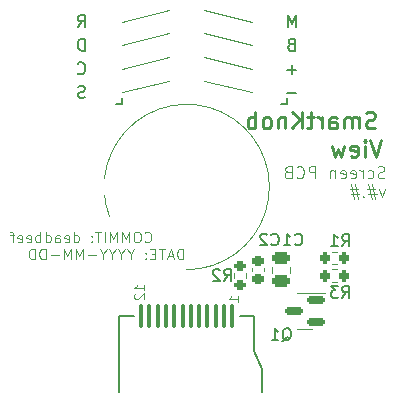
<source format=gbo>
%TF.GenerationSoftware,KiCad,Pcbnew,(6.0.8)*%
%TF.CreationDate,2022-10-29T15:14:35+02:00*%
%TF.ProjectId,view_screen,76696577-5f73-4637-9265-656e2e6b6963,rev?*%
%TF.SameCoordinates,Original*%
%TF.FileFunction,Legend,Bot*%
%TF.FilePolarity,Positive*%
%FSLAX46Y46*%
G04 Gerber Fmt 4.6, Leading zero omitted, Abs format (unit mm)*
G04 Created by KiCad (PCBNEW (6.0.8)) date 2022-10-29 15:14:35*
%MOMM*%
%LPD*%
G01*
G04 APERTURE LIST*
G04 Aperture macros list*
%AMRoundRect*
0 Rectangle with rounded corners*
0 $1 Rounding radius*
0 $2 $3 $4 $5 $6 $7 $8 $9 X,Y pos of 4 corners*
0 Add a 4 corners polygon primitive as box body*
4,1,4,$2,$3,$4,$5,$6,$7,$8,$9,$2,$3,0*
0 Add four circle primitives for the rounded corners*
1,1,$1+$1,$2,$3*
1,1,$1+$1,$4,$5*
1,1,$1+$1,$6,$7*
1,1,$1+$1,$8,$9*
0 Add four rect primitives between the rounded corners*
20,1,$1+$1,$2,$3,$4,$5,0*
20,1,$1+$1,$4,$5,$6,$7,0*
20,1,$1+$1,$6,$7,$8,$9,0*
20,1,$1+$1,$8,$9,$2,$3,0*%
G04 Aperture macros list end*
%ADD10C,0.120000*%
%ADD11C,0.270000*%
%ADD12C,0.150000*%
%ADD13C,0.100000*%
%ADD14C,2.400000*%
%ADD15RoundRect,0.087500X0.087500X-0.912500X0.087500X0.912500X-0.087500X0.912500X-0.087500X-0.912500X0*%
%ADD16RoundRect,0.150000X0.587500X0.150000X-0.587500X0.150000X-0.587500X-0.150000X0.587500X-0.150000X0*%
%ADD17RoundRect,0.200000X0.200000X0.275000X-0.200000X0.275000X-0.200000X-0.275000X0.200000X-0.275000X0*%
%ADD18RoundRect,0.200000X-0.275000X0.200000X-0.275000X-0.200000X0.275000X-0.200000X0.275000X0.200000X0*%
%ADD19RoundRect,0.200000X-0.200000X-0.275000X0.200000X-0.275000X0.200000X0.275000X-0.200000X0.275000X0*%
%ADD20RoundRect,0.225000X-0.250000X0.225000X-0.250000X-0.225000X0.250000X-0.225000X0.250000X0.225000X0*%
%ADD21RoundRect,0.250000X-0.475000X0.250000X-0.475000X-0.250000X0.475000X-0.250000X0.475000X0.250000X0*%
%ADD22O,2.500000X1.250000*%
G04 APERTURE END LIST*
D10*
X100000000Y-107000000D02*
G75*
G03*
X93466581Y-102512854I0J7000000D01*
G01*
X98500000Y-85000000D02*
X94500000Y-86000000D01*
X98500000Y-91000000D02*
X94500000Y-92000000D01*
X101500000Y-85000000D02*
X105500000Y-86000000D01*
X101500000Y-91000000D02*
X105500000Y-92000000D01*
X101500000Y-89000000D02*
X105500000Y-90000000D01*
X101500000Y-87000000D02*
X105500000Y-88000000D01*
X98500000Y-87000000D02*
X94500000Y-88000000D01*
X98500000Y-89000000D02*
X94500000Y-90000000D01*
X96450571Y-104596928D02*
X96493428Y-104639785D01*
X96622000Y-104682642D01*
X96707714Y-104682642D01*
X96836285Y-104639785D01*
X96922000Y-104554071D01*
X96964857Y-104468357D01*
X97007714Y-104296928D01*
X97007714Y-104168357D01*
X96964857Y-103996928D01*
X96922000Y-103911214D01*
X96836285Y-103825500D01*
X96707714Y-103782642D01*
X96622000Y-103782642D01*
X96493428Y-103825500D01*
X96450571Y-103868357D01*
X95893428Y-103782642D02*
X95722000Y-103782642D01*
X95636285Y-103825500D01*
X95550571Y-103911214D01*
X95507714Y-104082642D01*
X95507714Y-104382642D01*
X95550571Y-104554071D01*
X95636285Y-104639785D01*
X95722000Y-104682642D01*
X95893428Y-104682642D01*
X95979142Y-104639785D01*
X96064857Y-104554071D01*
X96107714Y-104382642D01*
X96107714Y-104082642D01*
X96064857Y-103911214D01*
X95979142Y-103825500D01*
X95893428Y-103782642D01*
X95122000Y-104682642D02*
X95122000Y-103782642D01*
X94822000Y-104425500D01*
X94522000Y-103782642D01*
X94522000Y-104682642D01*
X94093428Y-104682642D02*
X94093428Y-103782642D01*
X93793428Y-104425500D01*
X93493428Y-103782642D01*
X93493428Y-104682642D01*
X93064857Y-104682642D02*
X93064857Y-103782642D01*
X92764857Y-103782642D02*
X92250571Y-103782642D01*
X92507714Y-104682642D02*
X92507714Y-103782642D01*
X91950571Y-104596928D02*
X91907714Y-104639785D01*
X91950571Y-104682642D01*
X91993428Y-104639785D01*
X91950571Y-104596928D01*
X91950571Y-104682642D01*
X91950571Y-104125500D02*
X91907714Y-104168357D01*
X91950571Y-104211214D01*
X91993428Y-104168357D01*
X91950571Y-104125500D01*
X91950571Y-104211214D01*
X90450571Y-104682642D02*
X90450571Y-103782642D01*
X90450571Y-104639785D02*
X90536285Y-104682642D01*
X90707714Y-104682642D01*
X90793428Y-104639785D01*
X90836285Y-104596928D01*
X90879142Y-104511214D01*
X90879142Y-104254071D01*
X90836285Y-104168357D01*
X90793428Y-104125500D01*
X90707714Y-104082642D01*
X90536285Y-104082642D01*
X90450571Y-104125500D01*
X89679142Y-104639785D02*
X89764857Y-104682642D01*
X89936285Y-104682642D01*
X90022000Y-104639785D01*
X90064857Y-104554071D01*
X90064857Y-104211214D01*
X90022000Y-104125500D01*
X89936285Y-104082642D01*
X89764857Y-104082642D01*
X89679142Y-104125500D01*
X89636285Y-104211214D01*
X89636285Y-104296928D01*
X90064857Y-104382642D01*
X88864857Y-104682642D02*
X88864857Y-104211214D01*
X88907714Y-104125500D01*
X88993428Y-104082642D01*
X89164857Y-104082642D01*
X89250571Y-104125500D01*
X88864857Y-104639785D02*
X88950571Y-104682642D01*
X89164857Y-104682642D01*
X89250571Y-104639785D01*
X89293428Y-104554071D01*
X89293428Y-104468357D01*
X89250571Y-104382642D01*
X89164857Y-104339785D01*
X88950571Y-104339785D01*
X88864857Y-104296928D01*
X88050571Y-104682642D02*
X88050571Y-103782642D01*
X88050571Y-104639785D02*
X88136285Y-104682642D01*
X88307714Y-104682642D01*
X88393428Y-104639785D01*
X88436285Y-104596928D01*
X88479142Y-104511214D01*
X88479142Y-104254071D01*
X88436285Y-104168357D01*
X88393428Y-104125500D01*
X88307714Y-104082642D01*
X88136285Y-104082642D01*
X88050571Y-104125500D01*
X87622000Y-104682642D02*
X87622000Y-103782642D01*
X87622000Y-104125500D02*
X87536285Y-104082642D01*
X87364857Y-104082642D01*
X87279142Y-104125500D01*
X87236285Y-104168357D01*
X87193428Y-104254071D01*
X87193428Y-104511214D01*
X87236285Y-104596928D01*
X87279142Y-104639785D01*
X87364857Y-104682642D01*
X87536285Y-104682642D01*
X87622000Y-104639785D01*
X86464857Y-104639785D02*
X86550571Y-104682642D01*
X86722000Y-104682642D01*
X86807714Y-104639785D01*
X86850571Y-104554071D01*
X86850571Y-104211214D01*
X86807714Y-104125500D01*
X86722000Y-104082642D01*
X86550571Y-104082642D01*
X86464857Y-104125500D01*
X86422000Y-104211214D01*
X86422000Y-104296928D01*
X86850571Y-104382642D01*
X85693428Y-104639785D02*
X85779142Y-104682642D01*
X85950571Y-104682642D01*
X86036285Y-104639785D01*
X86079142Y-104554071D01*
X86079142Y-104211214D01*
X86036285Y-104125500D01*
X85950571Y-104082642D01*
X85779142Y-104082642D01*
X85693428Y-104125500D01*
X85650571Y-104211214D01*
X85650571Y-104296928D01*
X86079142Y-104382642D01*
X85393428Y-104082642D02*
X85050571Y-104082642D01*
X85264857Y-104682642D02*
X85264857Y-103911214D01*
X85222000Y-103825500D01*
X85136285Y-103782642D01*
X85050571Y-103782642D01*
X99707714Y-106131642D02*
X99707714Y-105231642D01*
X99493428Y-105231642D01*
X99364857Y-105274500D01*
X99279142Y-105360214D01*
X99236285Y-105445928D01*
X99193428Y-105617357D01*
X99193428Y-105745928D01*
X99236285Y-105917357D01*
X99279142Y-106003071D01*
X99364857Y-106088785D01*
X99493428Y-106131642D01*
X99707714Y-106131642D01*
X98850571Y-105874500D02*
X98422000Y-105874500D01*
X98936285Y-106131642D02*
X98636285Y-105231642D01*
X98336285Y-106131642D01*
X98164857Y-105231642D02*
X97650571Y-105231642D01*
X97907714Y-106131642D02*
X97907714Y-105231642D01*
X97350571Y-105660214D02*
X97050571Y-105660214D01*
X96922000Y-106131642D02*
X97350571Y-106131642D01*
X97350571Y-105231642D01*
X96922000Y-105231642D01*
X96536285Y-106045928D02*
X96493428Y-106088785D01*
X96536285Y-106131642D01*
X96579142Y-106088785D01*
X96536285Y-106045928D01*
X96536285Y-106131642D01*
X96536285Y-105574500D02*
X96493428Y-105617357D01*
X96536285Y-105660214D01*
X96579142Y-105617357D01*
X96536285Y-105574500D01*
X96536285Y-105660214D01*
X95250571Y-105703071D02*
X95250571Y-106131642D01*
X95550571Y-105231642D02*
X95250571Y-105703071D01*
X94950571Y-105231642D01*
X94479142Y-105703071D02*
X94479142Y-106131642D01*
X94779142Y-105231642D02*
X94479142Y-105703071D01*
X94179142Y-105231642D01*
X93707714Y-105703071D02*
X93707714Y-106131642D01*
X94007714Y-105231642D02*
X93707714Y-105703071D01*
X93407714Y-105231642D01*
X92936285Y-105703071D02*
X92936285Y-106131642D01*
X93236285Y-105231642D02*
X92936285Y-105703071D01*
X92636285Y-105231642D01*
X92336285Y-105788785D02*
X91650571Y-105788785D01*
X91222000Y-106131642D02*
X91222000Y-105231642D01*
X90922000Y-105874500D01*
X90622000Y-105231642D01*
X90622000Y-106131642D01*
X90193428Y-106131642D02*
X90193428Y-105231642D01*
X89893428Y-105874500D01*
X89593428Y-105231642D01*
X89593428Y-106131642D01*
X89164857Y-105788785D02*
X88479142Y-105788785D01*
X88050571Y-106131642D02*
X88050571Y-105231642D01*
X87836285Y-105231642D01*
X87707714Y-105274500D01*
X87622000Y-105360214D01*
X87579142Y-105445928D01*
X87536285Y-105617357D01*
X87536285Y-105745928D01*
X87579142Y-105917357D01*
X87622000Y-106003071D01*
X87707714Y-106088785D01*
X87836285Y-106131642D01*
X88050571Y-106131642D01*
X87150571Y-106131642D02*
X87150571Y-105231642D01*
X86936285Y-105231642D01*
X86807714Y-105274500D01*
X86722000Y-105360214D01*
X86679142Y-105445928D01*
X86636285Y-105617357D01*
X86636285Y-105745928D01*
X86679142Y-105917357D01*
X86722000Y-106003071D01*
X86807714Y-106088785D01*
X86936285Y-106131642D01*
X87150571Y-106131642D01*
D11*
X115957833Y-94966666D02*
X115757833Y-95033333D01*
X115424500Y-95033333D01*
X115291166Y-94966666D01*
X115224500Y-94900000D01*
X115157833Y-94766666D01*
X115157833Y-94633333D01*
X115224500Y-94500000D01*
X115291166Y-94433333D01*
X115424500Y-94366666D01*
X115691166Y-94300000D01*
X115824500Y-94233333D01*
X115891166Y-94166666D01*
X115957833Y-94033333D01*
X115957833Y-93900000D01*
X115891166Y-93766666D01*
X115824500Y-93700000D01*
X115691166Y-93633333D01*
X115357833Y-93633333D01*
X115157833Y-93700000D01*
X114557833Y-95033333D02*
X114557833Y-94100000D01*
X114557833Y-94233333D02*
X114491166Y-94166666D01*
X114357833Y-94100000D01*
X114157833Y-94100000D01*
X114024500Y-94166666D01*
X113957833Y-94300000D01*
X113957833Y-95033333D01*
X113957833Y-94300000D02*
X113891166Y-94166666D01*
X113757833Y-94100000D01*
X113557833Y-94100000D01*
X113424500Y-94166666D01*
X113357833Y-94300000D01*
X113357833Y-95033333D01*
X112091166Y-95033333D02*
X112091166Y-94300000D01*
X112157833Y-94166666D01*
X112291166Y-94100000D01*
X112557833Y-94100000D01*
X112691166Y-94166666D01*
X112091166Y-94966666D02*
X112224500Y-95033333D01*
X112557833Y-95033333D01*
X112691166Y-94966666D01*
X112757833Y-94833333D01*
X112757833Y-94700000D01*
X112691166Y-94566666D01*
X112557833Y-94500000D01*
X112224500Y-94500000D01*
X112091166Y-94433333D01*
X111424500Y-95033333D02*
X111424500Y-94100000D01*
X111424500Y-94366666D02*
X111357833Y-94233333D01*
X111291166Y-94166666D01*
X111157833Y-94100000D01*
X111024500Y-94100000D01*
X110757833Y-94100000D02*
X110224500Y-94100000D01*
X110557833Y-93633333D02*
X110557833Y-94833333D01*
X110491166Y-94966666D01*
X110357833Y-95033333D01*
X110224500Y-95033333D01*
X109757833Y-95033333D02*
X109757833Y-93633333D01*
X108957833Y-95033333D02*
X109557833Y-94233333D01*
X108957833Y-93633333D02*
X109757833Y-94433333D01*
X108357833Y-94100000D02*
X108357833Y-95033333D01*
X108357833Y-94233333D02*
X108291166Y-94166666D01*
X108157833Y-94100000D01*
X107957833Y-94100000D01*
X107824500Y-94166666D01*
X107757833Y-94300000D01*
X107757833Y-95033333D01*
X106891166Y-95033333D02*
X107024500Y-94966666D01*
X107091166Y-94900000D01*
X107157833Y-94766666D01*
X107157833Y-94366666D01*
X107091166Y-94233333D01*
X107024500Y-94166666D01*
X106891166Y-94100000D01*
X106691166Y-94100000D01*
X106557833Y-94166666D01*
X106491166Y-94233333D01*
X106424500Y-94366666D01*
X106424500Y-94766666D01*
X106491166Y-94900000D01*
X106557833Y-94966666D01*
X106691166Y-95033333D01*
X106891166Y-95033333D01*
X105824500Y-95033333D02*
X105824500Y-93633333D01*
X105824500Y-94166666D02*
X105691166Y-94100000D01*
X105424500Y-94100000D01*
X105291166Y-94166666D01*
X105224500Y-94233333D01*
X105157833Y-94366666D01*
X105157833Y-94766666D01*
X105224500Y-94900000D01*
X105291166Y-94966666D01*
X105424500Y-95033333D01*
X105691166Y-95033333D01*
X105824500Y-94966666D01*
X116491166Y-96033333D02*
X116024500Y-97433333D01*
X115557833Y-96033333D01*
X115091166Y-97433333D02*
X115091166Y-96500000D01*
X115091166Y-96033333D02*
X115157833Y-96100000D01*
X115091166Y-96166666D01*
X115024500Y-96100000D01*
X115091166Y-96033333D01*
X115091166Y-96166666D01*
X113891166Y-97366666D02*
X114024500Y-97433333D01*
X114291166Y-97433333D01*
X114424500Y-97366666D01*
X114491166Y-97233333D01*
X114491166Y-96700000D01*
X114424500Y-96566666D01*
X114291166Y-96500000D01*
X114024500Y-96500000D01*
X113891166Y-96566666D01*
X113824500Y-96700000D01*
X113824500Y-96833333D01*
X114491166Y-96966666D01*
X113357833Y-96500000D02*
X113091166Y-97433333D01*
X112824500Y-96766666D01*
X112557833Y-97433333D01*
X112291166Y-96500000D01*
D12*
X90790476Y-86452380D02*
X91123809Y-85976190D01*
X91361904Y-86452380D02*
X91361904Y-85452380D01*
X90980952Y-85452380D01*
X90885714Y-85500000D01*
X90838095Y-85547619D01*
X90790476Y-85642857D01*
X90790476Y-85785714D01*
X90838095Y-85880952D01*
X90885714Y-85928571D01*
X90980952Y-85976190D01*
X91361904Y-85976190D01*
X109233333Y-86452380D02*
X109233333Y-85452380D01*
X108900000Y-86166666D01*
X108566666Y-85452380D01*
X108566666Y-86452380D01*
X91385714Y-92404761D02*
X91242857Y-92452380D01*
X91004761Y-92452380D01*
X90909523Y-92404761D01*
X90861904Y-92357142D01*
X90814285Y-92261904D01*
X90814285Y-92166666D01*
X90861904Y-92071428D01*
X90909523Y-92023809D01*
X91004761Y-91976190D01*
X91195238Y-91928571D01*
X91290476Y-91880952D01*
X91338095Y-91833333D01*
X91385714Y-91738095D01*
X91385714Y-91642857D01*
X91338095Y-91547619D01*
X91290476Y-91500000D01*
X91195238Y-91452380D01*
X90957142Y-91452380D01*
X90814285Y-91500000D01*
X109280952Y-92071428D02*
X108519047Y-92071428D01*
X91361904Y-88452380D02*
X91361904Y-87452380D01*
X91123809Y-87452380D01*
X90980952Y-87500000D01*
X90885714Y-87595238D01*
X90838095Y-87690476D01*
X90790476Y-87880952D01*
X90790476Y-88023809D01*
X90838095Y-88214285D01*
X90885714Y-88309523D01*
X90980952Y-88404761D01*
X91123809Y-88452380D01*
X91361904Y-88452380D01*
X109280952Y-90071428D02*
X108519047Y-90071428D01*
X108900000Y-90452380D02*
X108900000Y-89690476D01*
D13*
X116744523Y-99199761D02*
X116601666Y-99247380D01*
X116363571Y-99247380D01*
X116268333Y-99199761D01*
X116220714Y-99152142D01*
X116173095Y-99056904D01*
X116173095Y-98961666D01*
X116220714Y-98866428D01*
X116268333Y-98818809D01*
X116363571Y-98771190D01*
X116554047Y-98723571D01*
X116649285Y-98675952D01*
X116696904Y-98628333D01*
X116744523Y-98533095D01*
X116744523Y-98437857D01*
X116696904Y-98342619D01*
X116649285Y-98295000D01*
X116554047Y-98247380D01*
X116315952Y-98247380D01*
X116173095Y-98295000D01*
X115315952Y-99199761D02*
X115411190Y-99247380D01*
X115601666Y-99247380D01*
X115696904Y-99199761D01*
X115744523Y-99152142D01*
X115792142Y-99056904D01*
X115792142Y-98771190D01*
X115744523Y-98675952D01*
X115696904Y-98628333D01*
X115601666Y-98580714D01*
X115411190Y-98580714D01*
X115315952Y-98628333D01*
X114887380Y-99247380D02*
X114887380Y-98580714D01*
X114887380Y-98771190D02*
X114839761Y-98675952D01*
X114792142Y-98628333D01*
X114696904Y-98580714D01*
X114601666Y-98580714D01*
X113887380Y-99199761D02*
X113982619Y-99247380D01*
X114173095Y-99247380D01*
X114268333Y-99199761D01*
X114315952Y-99104523D01*
X114315952Y-98723571D01*
X114268333Y-98628333D01*
X114173095Y-98580714D01*
X113982619Y-98580714D01*
X113887380Y-98628333D01*
X113839761Y-98723571D01*
X113839761Y-98818809D01*
X114315952Y-98914047D01*
X113030238Y-99199761D02*
X113125476Y-99247380D01*
X113315952Y-99247380D01*
X113411190Y-99199761D01*
X113458809Y-99104523D01*
X113458809Y-98723571D01*
X113411190Y-98628333D01*
X113315952Y-98580714D01*
X113125476Y-98580714D01*
X113030238Y-98628333D01*
X112982619Y-98723571D01*
X112982619Y-98818809D01*
X113458809Y-98914047D01*
X112554047Y-98580714D02*
X112554047Y-99247380D01*
X112554047Y-98675952D02*
X112506428Y-98628333D01*
X112411190Y-98580714D01*
X112268333Y-98580714D01*
X112173095Y-98628333D01*
X112125476Y-98723571D01*
X112125476Y-99247380D01*
X110887380Y-99247380D02*
X110887380Y-98247380D01*
X110506428Y-98247380D01*
X110411190Y-98295000D01*
X110363571Y-98342619D01*
X110315952Y-98437857D01*
X110315952Y-98580714D01*
X110363571Y-98675952D01*
X110411190Y-98723571D01*
X110506428Y-98771190D01*
X110887380Y-98771190D01*
X109315952Y-99152142D02*
X109363571Y-99199761D01*
X109506428Y-99247380D01*
X109601666Y-99247380D01*
X109744523Y-99199761D01*
X109839761Y-99104523D01*
X109887380Y-99009285D01*
X109935000Y-98818809D01*
X109935000Y-98675952D01*
X109887380Y-98485476D01*
X109839761Y-98390238D01*
X109744523Y-98295000D01*
X109601666Y-98247380D01*
X109506428Y-98247380D01*
X109363571Y-98295000D01*
X109315952Y-98342619D01*
X108554047Y-98723571D02*
X108411190Y-98771190D01*
X108363571Y-98818809D01*
X108315952Y-98914047D01*
X108315952Y-99056904D01*
X108363571Y-99152142D01*
X108411190Y-99199761D01*
X108506428Y-99247380D01*
X108887380Y-99247380D01*
X108887380Y-98247380D01*
X108554047Y-98247380D01*
X108458809Y-98295000D01*
X108411190Y-98342619D01*
X108363571Y-98437857D01*
X108363571Y-98533095D01*
X108411190Y-98628333D01*
X108458809Y-98675952D01*
X108554047Y-98723571D01*
X108887380Y-98723571D01*
X116792142Y-100190714D02*
X116554047Y-100857380D01*
X116315952Y-100190714D01*
X115982619Y-100190714D02*
X115268333Y-100190714D01*
X115696904Y-99762142D02*
X115982619Y-101047857D01*
X115363571Y-100619285D02*
X116077857Y-100619285D01*
X115649285Y-101047857D02*
X115363571Y-99762142D01*
X114935000Y-100762142D02*
X114887380Y-100809761D01*
X114935000Y-100857380D01*
X114982619Y-100809761D01*
X114935000Y-100762142D01*
X114935000Y-100857380D01*
X114506428Y-100190714D02*
X113792142Y-100190714D01*
X114220714Y-99762142D02*
X114506428Y-101047857D01*
X113887380Y-100619285D02*
X114601666Y-100619285D01*
X114173095Y-101047857D02*
X113887380Y-99762142D01*
D12*
X90790476Y-90357142D02*
X90838095Y-90404761D01*
X90980952Y-90452380D01*
X91076190Y-90452380D01*
X91219047Y-90404761D01*
X91314285Y-90309523D01*
X91361904Y-90214285D01*
X91409523Y-90023809D01*
X91409523Y-89880952D01*
X91361904Y-89690476D01*
X91314285Y-89595238D01*
X91219047Y-89500000D01*
X91076190Y-89452380D01*
X90980952Y-89452380D01*
X90838095Y-89500000D01*
X90790476Y-89547619D01*
X108828571Y-87928571D02*
X108685714Y-87976190D01*
X108638095Y-88023809D01*
X108590476Y-88119047D01*
X108590476Y-88261904D01*
X108638095Y-88357142D01*
X108685714Y-88404761D01*
X108780952Y-88452380D01*
X109161904Y-88452380D01*
X109161904Y-87452380D01*
X108828571Y-87452380D01*
X108733333Y-87500000D01*
X108685714Y-87547619D01*
X108638095Y-87642857D01*
X108638095Y-87738095D01*
X108685714Y-87833333D01*
X108733333Y-87880952D01*
X108828571Y-87928571D01*
X109161904Y-87928571D01*
D10*
%TO.C,J2*%
X96361904Y-108747619D02*
X96361904Y-108290476D01*
X96361904Y-108519047D02*
X95561904Y-108519047D01*
X95676190Y-108442857D01*
X95752380Y-108366666D01*
X95790476Y-108290476D01*
X95638095Y-109052380D02*
X95600000Y-109090476D01*
X95561904Y-109166666D01*
X95561904Y-109357142D01*
X95600000Y-109433333D01*
X95638095Y-109471428D01*
X95714285Y-109509523D01*
X95790476Y-109509523D01*
X95904761Y-109471428D01*
X96361904Y-109014285D01*
X96361904Y-109509523D01*
X104361904Y-109728571D02*
X104361904Y-109271428D01*
X104361904Y-109500000D02*
X103561904Y-109500000D01*
X103676190Y-109423809D01*
X103752380Y-109347619D01*
X103790476Y-109271428D01*
D12*
%TO.C,Q1*%
X108095238Y-113047619D02*
X108190476Y-113000000D01*
X108285714Y-112904761D01*
X108428571Y-112761904D01*
X108523809Y-112714285D01*
X108619047Y-112714285D01*
X108571428Y-112952380D02*
X108666666Y-112904761D01*
X108761904Y-112809523D01*
X108809523Y-112619047D01*
X108809523Y-112285714D01*
X108761904Y-112095238D01*
X108666666Y-112000000D01*
X108571428Y-111952380D01*
X108380952Y-111952380D01*
X108285714Y-112000000D01*
X108190476Y-112095238D01*
X108142857Y-112285714D01*
X108142857Y-112619047D01*
X108190476Y-112809523D01*
X108285714Y-112904761D01*
X108380952Y-112952380D01*
X108571428Y-112952380D01*
X107190476Y-112952380D02*
X107761904Y-112952380D01*
X107476190Y-112952380D02*
X107476190Y-111952380D01*
X107571428Y-112095238D01*
X107666666Y-112190476D01*
X107761904Y-112238095D01*
%TO.C,R1*%
X113166666Y-105022380D02*
X113500000Y-104546190D01*
X113738095Y-105022380D02*
X113738095Y-104022380D01*
X113357142Y-104022380D01*
X113261904Y-104070000D01*
X113214285Y-104117619D01*
X113166666Y-104212857D01*
X113166666Y-104355714D01*
X113214285Y-104450952D01*
X113261904Y-104498571D01*
X113357142Y-104546190D01*
X113738095Y-104546190D01*
X112214285Y-105022380D02*
X112785714Y-105022380D01*
X112500000Y-105022380D02*
X112500000Y-104022380D01*
X112595238Y-104165238D01*
X112690476Y-104260476D01*
X112785714Y-104308095D01*
%TO.C,R2*%
X103166666Y-107952380D02*
X103500000Y-107476190D01*
X103738095Y-107952380D02*
X103738095Y-106952380D01*
X103357142Y-106952380D01*
X103261904Y-107000000D01*
X103214285Y-107047619D01*
X103166666Y-107142857D01*
X103166666Y-107285714D01*
X103214285Y-107380952D01*
X103261904Y-107428571D01*
X103357142Y-107476190D01*
X103738095Y-107476190D01*
X102785714Y-107047619D02*
X102738095Y-107000000D01*
X102642857Y-106952380D01*
X102404761Y-106952380D01*
X102309523Y-107000000D01*
X102261904Y-107047619D01*
X102214285Y-107142857D01*
X102214285Y-107238095D01*
X102261904Y-107380952D01*
X102833333Y-107952380D01*
X102214285Y-107952380D01*
%TO.C,R3*%
X113166666Y-109382380D02*
X113500000Y-108906190D01*
X113738095Y-109382380D02*
X113738095Y-108382380D01*
X113357142Y-108382380D01*
X113261904Y-108430000D01*
X113214285Y-108477619D01*
X113166666Y-108572857D01*
X113166666Y-108715714D01*
X113214285Y-108810952D01*
X113261904Y-108858571D01*
X113357142Y-108906190D01*
X113738095Y-108906190D01*
X112833333Y-108382380D02*
X112214285Y-108382380D01*
X112547619Y-108763333D01*
X112404761Y-108763333D01*
X112309523Y-108810952D01*
X112261904Y-108858571D01*
X112214285Y-108953809D01*
X112214285Y-109191904D01*
X112261904Y-109287142D01*
X112309523Y-109334761D01*
X112404761Y-109382380D01*
X112690476Y-109382380D01*
X112785714Y-109334761D01*
X112833333Y-109287142D01*
%TO.C,C2*%
X107166666Y-104857142D02*
X107214285Y-104904761D01*
X107357142Y-104952380D01*
X107452380Y-104952380D01*
X107595238Y-104904761D01*
X107690476Y-104809523D01*
X107738095Y-104714285D01*
X107785714Y-104523809D01*
X107785714Y-104380952D01*
X107738095Y-104190476D01*
X107690476Y-104095238D01*
X107595238Y-104000000D01*
X107452380Y-103952380D01*
X107357142Y-103952380D01*
X107214285Y-104000000D01*
X107166666Y-104047619D01*
X106785714Y-104047619D02*
X106738095Y-104000000D01*
X106642857Y-103952380D01*
X106404761Y-103952380D01*
X106309523Y-104000000D01*
X106261904Y-104047619D01*
X106214285Y-104142857D01*
X106214285Y-104238095D01*
X106261904Y-104380952D01*
X106833333Y-104952380D01*
X106214285Y-104952380D01*
%TO.C,C1*%
X109166666Y-104857142D02*
X109214285Y-104904761D01*
X109357142Y-104952380D01*
X109452380Y-104952380D01*
X109595238Y-104904761D01*
X109690476Y-104809523D01*
X109738095Y-104714285D01*
X109785714Y-104523809D01*
X109785714Y-104380952D01*
X109738095Y-104190476D01*
X109690476Y-104095238D01*
X109595238Y-104000000D01*
X109452380Y-103952380D01*
X109357142Y-103952380D01*
X109214285Y-104000000D01*
X109166666Y-104047619D01*
X108214285Y-104952380D02*
X108785714Y-104952380D01*
X108500000Y-104952380D02*
X108500000Y-103952380D01*
X108595238Y-104095238D01*
X108690476Y-104190476D01*
X108785714Y-104238095D01*
%TO.C,J2*%
X106400000Y-117400000D02*
X106400000Y-115400000D01*
X94300000Y-110900000D02*
X94300000Y-117400000D01*
X106400000Y-115400000D02*
X105700000Y-113900000D01*
X94300000Y-110900000D02*
X95500000Y-110900000D01*
X105700000Y-110900000D02*
X105700000Y-113900000D01*
X105700000Y-110900000D02*
X104500000Y-110900000D01*
D10*
%TO.C,Q1*%
X110000000Y-112060000D02*
X110650000Y-112060000D01*
X110000000Y-112060000D02*
X109350000Y-112060000D01*
X110000000Y-108940000D02*
X111675000Y-108940000D01*
X110000000Y-108940000D02*
X109350000Y-108940000D01*
%TO.C,R1*%
X112737258Y-106522500D02*
X112262742Y-106522500D01*
X112737258Y-105477500D02*
X112262742Y-105477500D01*
%TO.C,R2*%
X105022500Y-107262742D02*
X105022500Y-107737258D01*
X103977500Y-107262742D02*
X103977500Y-107737258D01*
%TO.C,R3*%
X112262742Y-108022500D02*
X112737258Y-108022500D01*
X112262742Y-106977500D02*
X112737258Y-106977500D01*
%TO.C,C2*%
X106510000Y-106859420D02*
X106510000Y-107140580D01*
X105490000Y-106859420D02*
X105490000Y-107140580D01*
%TO.C,C1*%
X108735000Y-106738748D02*
X108735000Y-107261252D01*
X107265000Y-106738748D02*
X107265000Y-107261252D01*
D12*
%TO.C,J3*%
X94500000Y-92500000D02*
X94500000Y-93000000D01*
X94500000Y-93000000D02*
X94000000Y-93000000D01*
%TO.C,J1*%
X108500000Y-92500000D02*
X108500000Y-93000000D01*
X108500000Y-93000000D02*
X108000000Y-93000000D01*
%TD*%
%LPC*%
D14*
%TO.C,H1*%
X94000000Y-100000000D03*
%TD*%
D15*
%TO.C,J2*%
X103850000Y-110900000D03*
X103150000Y-110900000D03*
X102450000Y-110900000D03*
X101750000Y-110900000D03*
X101050000Y-110900000D03*
X100350000Y-110900000D03*
X99650000Y-110900000D03*
X98950000Y-110900000D03*
X98250000Y-110900000D03*
X97550000Y-110900000D03*
X96850000Y-110900000D03*
X96150000Y-110900000D03*
%TD*%
D16*
%TO.C,Q1*%
X110937500Y-109550000D03*
X110937500Y-111450000D03*
X109062500Y-110500000D03*
%TD*%
D17*
%TO.C,R1*%
X113325000Y-106000000D03*
X111675000Y-106000000D03*
%TD*%
D18*
%TO.C,R2*%
X104500000Y-106675000D03*
X104500000Y-108325000D03*
%TD*%
D19*
%TO.C,R3*%
X111675000Y-107500000D03*
X113325000Y-107500000D03*
%TD*%
D20*
%TO.C,C2*%
X106000000Y-106225000D03*
X106000000Y-107775000D03*
%TD*%
D21*
%TO.C,C1*%
X108000000Y-106050000D03*
X108000000Y-107950000D03*
%TD*%
D22*
%TO.C,J3*%
X93000000Y-92000000D03*
X93000000Y-90000000D03*
X93000000Y-88000000D03*
X93000000Y-86000000D03*
%TD*%
%TO.C,J1*%
X107000000Y-92000000D03*
X107000000Y-90000000D03*
X107000000Y-88000000D03*
X107000000Y-86000000D03*
%TD*%
M02*

</source>
